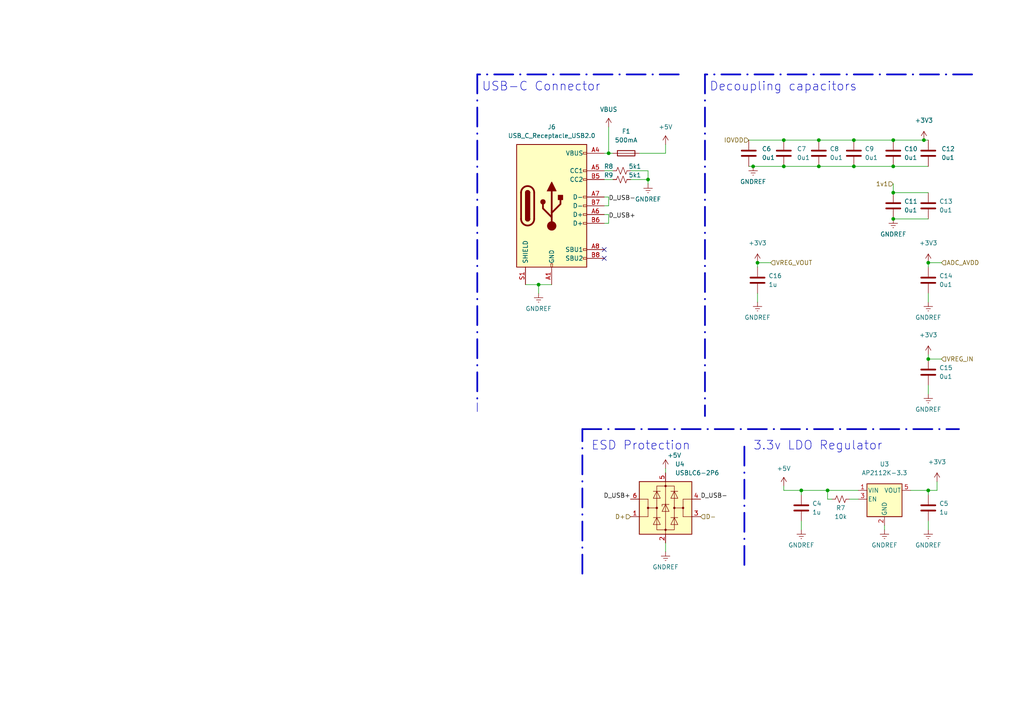
<source format=kicad_sch>
(kicad_sch (version 20230121) (generator eeschema)
  (paper "A4")
  (title_block (title "CAE32 Shifter") (date "2023-09-03") (rev "1.1") (comment 1 "Desing by: janc18"))
  (lib_symbols
    (symbol "Connector:USB_C_Receptacle_USB2.0" (pin_names (offset 1.016))
      (property "Reference" "J" (at -10.16 19.05 0))
      (property "Value" "USB_C_Receptacle_USB2.0" (at 19.05 19.05 0))
      (symbol "USB_C_Receptacle_USB2.0_0_0"
        (rectangle (start -0.254 -17.78) (end 0.254 -16.764))
        (rectangle (start 10.16 -14.986) (end 9.144 -15.494))
        (rectangle (start 10.16 -12.446) (end 9.144 -12.954))
        (rectangle (start 10.16 -4.826) (end 9.144 -5.334))
        (rectangle (start 10.16 -2.286) (end 9.144 -2.794))
        (rectangle (start 10.16 0.254) (end 9.144 -0.254))
        (rectangle (start 10.16 2.794) (end 9.144 2.286))
        (rectangle (start 10.16 7.874) (end 9.144 7.366))
        (rectangle (start 10.16 10.414) (end 9.144 9.906))
        (rectangle (start 10.16 15.494) (end 9.144 14.986))
      )
      (symbol "USB_C_Receptacle_USB2.0_0_1"
        (rectangle (start -10.16 17.78) (end 10.16 -17.78) (stroke (width 0.254)) (fill (type background)))
        (arc (start -8.89 -3.81) (mid -6.985 -5.7067) (end -5.08 -3.81) (stroke (width 0.508)))
        (arc (start -7.62 -3.81) (mid -6.985 -4.4423) (end -6.35 -3.81) (stroke (width 0.254)))
        (arc (start -7.62 -3.81) (mid -6.985 -4.4423) (end -6.35 -3.81) (stroke (width 0.254)) (fill (type outline)))
        (rectangle (start -7.62 -3.81) (end -6.35 3.81) (stroke (width 0.254)) (fill (type outline)))
        (arc (start -6.35 3.81) (mid -6.985 4.4423) (end -7.62 3.81) (stroke (width 0.254)))
        (arc (start -6.35 3.81) (mid -6.985 4.4423) (end -7.62 3.81) (stroke (width 0.254)) (fill (type outline)))
        (arc (start -5.08 3.81) (mid -6.985 5.7067) (end -8.89 3.81) (stroke (width 0.508)))
        (circle (center -2.54 1.143) (radius 0.635) (stroke (width 0.254)) (fill (type outline)))
        (circle (center 0 -5.842) (radius 1.27) (fill (type outline)))
        (polyline (pts (xy -8.89 -3.81) (xy -8.89 3.81)) (stroke (width 0.508)))
        (polyline (pts (xy -5.08 3.81) (xy -5.08 -3.81)) (stroke (width 0.508)))
        (polyline (pts (xy 0 -5.842) (xy 0 4.318)) (stroke (width 0.508)))
        (polyline (pts (xy 0 -3.302) (xy -2.54 -0.762) (xy -2.54 0.508)) (stroke (width 0.508)))
        (polyline (pts (xy 0 -2.032) (xy 2.54 0.508) (xy 2.54 1.778)) (stroke (width 0.508)))
        (polyline (pts (xy -1.27 4.318) (xy 0 6.858) (xy 1.27 4.318) (xy -1.27 4.318)) (stroke (width 0.254)) (fill (type outline)))
        (rectangle (start 1.905 1.778) (end 3.175 3.048) (stroke (width 0.254)) (fill (type outline)))
      )
      (symbol "USB_C_Receptacle_USB2.0_1_1"
        (pin passive line (at 0 -22.86 90) (length 5.08) (name "GND") (number "A1"))
        (pin passive line (at 0 -22.86 90) (length 5.08) hide (name "GND") (number "A12"))
        (pin passive line (at 15.24 15.24 180) (length 5.08) (name "VBUS") (number "A4"))
        (pin bidirectional line (at 15.24 10.16 180) (length 5.08) (name "CC1") (number "A5"))
        (pin bidirectional line (at 15.24 -2.54 180) (length 5.08) (name "D+") (number "A6"))
        (pin bidirectional line (at 15.24 2.54 180) (length 5.08) (name "D-") (number "A7"))
        (pin bidirectional line (at 15.24 -12.7 180) (length 5.08) (name "SBU1") (number "A8"))
        (pin passive line (at 15.24 15.24 180) (length 5.08) hide (name "VBUS") (number "A9"))
        (pin passive line (at 0 -22.86 90) (length 5.08) hide (name "GND") (number "B1"))
        (pin passive line (at 0 -22.86 90) (length 5.08) hide (name "GND") (number "B12"))
        (pin passive line (at 15.24 15.24 180) (length 5.08) hide (name "VBUS") (number "B4"))
        (pin bidirectional line (at 15.24 7.62 180) (length 5.08) (name "CC2") (number "B5"))
        (pin bidirectional line (at 15.24 -5.08 180) (length 5.08) (name "D+") (number "B6"))
        (pin bidirectional line (at 15.24 0 180) (length 5.08) (name "D-") (number "B7"))
        (pin bidirectional line (at 15.24 -15.24 180) (length 5.08) (name "SBU2") (number "B8"))
        (pin passive line (at 15.24 15.24 180) (length 5.08) hide (name "VBUS") (number "B9"))
        (pin passive line (at -7.62 -22.86 90) (length 5.08) (name "SHIELD") (number "S1"))
      )
    )
    (symbol "Device:C" (pin_numbers hide) (pin_names (offset 0.254))
      (property "Reference" "C" (at 0.635 2.54 0))
      (property "Value" "C" (at 0.635 -2.54 0))
      (symbol "C_0_1"
        (polyline (pts (xy -2.032 -0.762) (xy 2.032 -0.762)) (stroke (width 0.508)))
        (polyline (pts (xy -2.032 0.762) (xy 2.032 0.762)) (stroke (width 0.508)))
      )
      (symbol "C_1_1"
        (pin passive line (at 0 3.81 270) (length 2.794) (name "~") (number "1"))
        (pin passive line (at 0 -3.81 90) (length 2.794) (name "~") (number "2"))
      )
    )
    (symbol "Device:Fuse" (pin_numbers hide) (pin_names (offset 0))
      (property "Reference" "F" (at 2.032 0 90))
      (property "Value" "Fuse" (at -1.905 0 90))
      (symbol "Fuse_0_1"
        (rectangle (start -0.762 -2.54) (end 0.762 2.54) (stroke (width 0.254)))
        (polyline (pts (xy 0 2.54) (xy 0 -2.54)))
      )
      (symbol "Fuse_1_1"
        (pin passive line (at 0 3.81 270) (length 1.27) (name "~") (number "1"))
        (pin passive line (at 0 -3.81 90) (length 1.27) (name "~") (number "2"))
      )
    )
    (symbol "Device:R_Small_US" (pin_numbers hide) (pin_names (offset 0.254) hide)
      (property "Reference" "R" (at 0.762 0.508 0))
      (property "Value" "R_Small_US" (at 0.762 -1.016 0))
      (symbol "R_Small_US_1_1"
        (polyline (pts (xy 0 0) (xy 1.016 -0.381) (xy 0 -0.762) (xy -1.016 -1.143) (xy 0 -1.524)))
        (polyline (pts (xy 0 1.524) (xy 1.016 1.143) (xy 0 0.762) (xy -1.016 0.381) (xy 0 0)))
        (pin passive line (at 0 2.54 270) (length 1.016) (name "~") (number "1"))
        (pin passive line (at 0 -2.54 90) (length 1.016) (name "~") (number "2"))
      )
    )
    (symbol "Power_Protection:USBLC6-2P6" (pin_names hide)
      (property "Reference" "U" (at 2.54 8.89 0))
      (property "Value" "USBLC6-2P6" (at 2.54 -8.89 0))
      (symbol "USBLC6-2P6_0_1"
        (rectangle (start -7.62 -7.62) (end 7.62 7.62) (stroke (width 0.254)) (fill (type background)))
        (circle (center -5.08 0) (radius 0.254) (fill (type outline)))
        (circle (center -2.54 0) (radius 0.254) (fill (type outline)))
        (rectangle (start -2.54 6.35) (end 2.54 -6.35))
        (circle (center 0 -6.35) (radius 0.254) (fill (type outline)))
        (polyline (pts (xy -5.08 -2.54) (xy -7.62 -2.54)))
        (polyline (pts (xy -5.08 0) (xy -5.08 -2.54)))
        (polyline (pts (xy -5.08 2.54) (xy -7.62 2.54)))
        (polyline (pts (xy -1.524 -2.794) (xy -3.556 -2.794)))
        (polyline (pts (xy -1.524 4.826) (xy -3.556 4.826)))
        (polyline (pts (xy 0 -7.62) (xy 0 -6.35)))
        (polyline (pts (xy 0 -6.35) (xy 0 1.27)))
        (polyline (pts (xy 0 1.27) (xy 0 6.35)))
        (polyline (pts (xy 0 6.35) (xy 0 7.62)))
        (polyline (pts (xy 1.524 -2.794) (xy 3.556 -2.794)))
        (polyline (pts (xy 1.524 4.826) (xy 3.556 4.826)))
        (polyline (pts (xy 5.08 -2.54) (xy 7.62 -2.54)))
        (polyline (pts (xy 5.08 0) (xy 5.08 -2.54)))
        (polyline (pts (xy 5.08 2.54) (xy 7.62 2.54)))
        (polyline (pts (xy -2.54 0) (xy -5.08 0) (xy -5.08 2.54)))
        (polyline (pts (xy 2.54 0) (xy 5.08 0) (xy 5.08 2.54)))
        (polyline (pts (xy -3.556 -4.826) (xy -1.524 -4.826) (xy -2.54 -2.794) (xy -3.556 -4.826)))
        (polyline (pts (xy -3.556 2.794) (xy -1.524 2.794) (xy -2.54 4.826) (xy -3.556 2.794)))
        (polyline (pts (xy -1.016 -1.016) (xy 1.016 -1.016) (xy 0 1.016) (xy -1.016 -1.016)))
        (polyline (pts (xy 1.016 1.016) (xy 0.762 1.016) (xy -1.016 1.016) (xy -1.016 0.508)))
        (polyline (pts (xy 3.556 -4.826) (xy 1.524 -4.826) (xy 2.54 -2.794) (xy 3.556 -4.826)))
        (polyline (pts (xy 3.556 2.794) (xy 1.524 2.794) (xy 2.54 4.826) (xy 3.556 2.794)))
        (circle (center 0 6.35) (radius 0.254) (fill (type outline)))
        (circle (center 2.54 0) (radius 0.254) (fill (type outline)))
        (circle (center 5.08 0) (radius 0.254) (fill (type outline)))
      )
      (symbol "USBLC6-2P6_1_1"
        (pin passive line (at -10.16 -2.54 0) (length 2.54) (name "I/O1") (number "1"))
        (pin passive line (at 0 -10.16 90) (length 2.54) (name "GND") (number "2"))
        (pin passive line (at 10.16 -2.54 180) (length 2.54) (name "I/O2") (number "3"))
        (pin passive line (at 10.16 2.54 180) (length 2.54) (name "I/O2") (number "4"))
        (pin passive line (at 0 10.16 270) (length 2.54) (name "VBUS") (number "5"))
        (pin passive line (at -10.16 2.54 0) (length 2.54) (name "I/O1") (number "6"))
      )
    )
    (symbol "Regulator_Linear:AP2112K-3.3" (pin_names (offset 0.254))
      (property "Reference" "U" (at -5.08 5.715 0))
      (property "Value" "AP2112K-3.3" (at 0 5.715 0))
      (symbol "AP2112K-3.3_0_1"
        (rectangle (start -5.08 4.445) (end 5.08 -5.08) (stroke (width 0.254)) (fill (type background)))
      )
      (symbol "AP2112K-3.3_1_1"
        (pin power_in line (at -7.62 2.54 0) (length 2.54) (name "VIN") (number "1"))
        (pin power_in line (at 0 -7.62 90) (length 2.54) (name "GND") (number "2"))
        (pin input line (at -7.62 0 0) (length 2.54) (name "EN") (number "3"))
        (pin no_connect line (at 5.08 0 180) (length 2.54) hide (name "NC") (number "4"))
        (pin power_out line (at 7.62 2.54 180) (length 2.54) (name "VOUT") (number "5"))
      )
    )
    (symbol "power:+3V3" (power) (pin_names (offset 0))
      (property "Value" "+3V3" (at 0 3.556 0))
      (symbol "+3V3_0_1"
        (polyline (pts (xy -0.762 1.27) (xy 0 2.54)))
        (polyline (pts (xy 0 0) (xy 0 2.54)))
        (polyline (pts (xy 0 2.54) (xy 0.762 1.27)))
      )
      (symbol "+3V3_1_1"
        (pin power_in line (at 0 0 90) (length 0) hide (name "+3V3") (number "1"))
      )
    )
    (symbol "power:+5V" (power) (pin_names (offset 0))
      (property "Value" "+5V" (at 0 3.556 0))
      (symbol "+5V_0_1"
        (polyline (pts (xy -0.762 1.27) (xy 0 2.54)))
        (polyline (pts (xy 0 0) (xy 0 2.54)))
        (polyline (pts (xy 0 2.54) (xy 0.762 1.27)))
      )
      (symbol "+5V_1_1"
        (pin power_in line (at 0 0 90) (length 0) hide (name "+5V") (number "1"))
      )
    )
    (symbol "power:GNDREF" (power) (pin_names (offset 0))
      (property "Value" "GNDREF" (at 0 -3.81 0))
      (symbol "GNDREF_0_1"
        (polyline (pts (xy -0.635 -1.905) (xy 0.635 -1.905)))
        (polyline (pts (xy -0.127 -2.54) (xy 0.127 -2.54)))
        (polyline (pts (xy 0 -1.27) (xy 0 0)))
        (polyline (pts (xy 1.27 -1.27) (xy -1.27 -1.27)))
      )
      (symbol "GNDREF_1_1"
        (pin power_in line (at 0 0 270) (length 0) hide (name "GNDREF") (number "1"))
      )
    )
    (symbol "power:VBUS" (power) (pin_names (offset 0))
      (property "Value" "VBUS" (at 0 3.81 0))
      (symbol "VBUS_0_1"
        (polyline (pts (xy -0.762 1.27) (xy 0 2.54)))
        (polyline (pts (xy 0 0) (xy 0 2.54)))
        (polyline (pts (xy 0 2.54) (xy 0.762 1.27)))
      )
      (symbol "VBUS_1_1"
        (pin power_in line (at 0 0 90) (length 0) hide (name "VBUS") (number "1"))
      )
    )
  )
  (junction (at 237.49 40.64))
  (junction (at 269.24 76.2))
  (junction (at 232.41 142.24))
  (junction (at 267.97 40.64))
  (junction (at 269.24 142.24))
  (junction (at 237.49 48.26))
  (junction (at 247.65 48.26))
  (junction (at 259.08 48.26))
  (junction (at 247.65 40.64))
  (junction (at 240.03 142.24))
  (junction (at 259.08 40.64))
  (junction (at 227.33 40.64))
  (junction (at 269.24 104.14))
  (junction (at 176.53 44.45))
  (junction (at 218.44 48.26))
  (junction (at 187.96 52.07))
  (junction (at 156.21 82.55))
  (junction (at 259.08 55.88))
  (junction (at 259.08 63.5))
  (junction (at 219.71 76.2))
  (junction (at 227.33 48.26))
  (no_connect (at 175.26 72.39))
  (no_connect (at 175.26 74.93))
  (wire (pts (xy 176.53 36.83) (xy 176.53 44.45)))
  (wire (pts (xy 269.24 102.87) (xy 269.24 104.14)))
  (polyline (pts (xy 168.91 124.46) (xy 278.13 124.46)) (stroke (width 0.5) (type dash_dot)))
  (wire (pts (xy 227.33 40.64) (xy 237.49 40.64)))
  (wire (pts (xy 273.05 104.14) (xy 269.24 104.14)))
  (wire (pts (xy 227.33 140.97) (xy 227.33 142.24)))
  (wire (pts (xy 182.88 49.53) (xy 187.96 49.53)))
  (wire (pts (xy 241.3 144.78) (xy 240.03 144.78)))
  (wire (pts (xy 218.44 48.26) (xy 227.33 48.26)))
  (wire (pts (xy 176.53 44.45) (xy 177.8 44.45)))
  (wire (pts (xy 227.33 142.24) (xy 232.41 142.24)))
  (wire (pts (xy 175.26 44.45) (xy 176.53 44.45)))
  (wire (pts (xy 259.08 63.5) (xy 269.24 63.5)))
  (wire (pts (xy 217.17 48.26) (xy 218.44 48.26)))
  (polyline (pts (xy 204.47 21.59) (xy 204.47 120.65)) (stroke (width 0.5) (type dash_dot)))
  (wire (pts (xy 269.24 111.76) (xy 269.24 114.3)))
  (wire (pts (xy 256.54 152.4) (xy 256.54 153.67)))
  (wire (pts (xy 259.08 55.88) (xy 269.24 55.88)))
  (wire (pts (xy 193.04 157.48) (xy 193.04 160.02)))
  (wire (pts (xy 269.24 85.09) (xy 269.24 87.63)))
  (wire (pts (xy 269.24 142.24) (xy 269.24 143.51)))
  (wire (pts (xy 175.26 62.23) (xy 176.53 62.23)))
  (wire (pts (xy 267.97 40.64) (xy 269.24 40.64)))
  (wire (pts (xy 219.71 85.09) (xy 219.71 87.63)))
  (wire (pts (xy 273.05 76.2) (xy 269.24 76.2)))
  (wire (pts (xy 264.16 142.24) (xy 269.24 142.24)))
  (polyline (pts (xy 138.43 21.59) (xy 138.43 116.84)) (stroke (width 0.5) (type dash_dot)))
  (wire (pts (xy 247.65 40.64) (xy 259.08 40.64)))
  (wire (pts (xy 240.03 144.78) (xy 240.03 142.24)))
  (wire (pts (xy 232.41 142.24) (xy 232.41 143.51)))
  (wire (pts (xy 237.49 48.26) (xy 247.65 48.26)))
  (wire (pts (xy 269.24 151.13) (xy 269.24 153.67)))
  (wire (pts (xy 175.26 52.07) (xy 177.8 52.07)))
  (wire (pts (xy 175.26 49.53) (xy 177.8 49.53)))
  (wire (pts (xy 269.24 76.2) (xy 269.24 77.47)))
  (wire (pts (xy 219.71 76.2) (xy 219.71 77.47)))
  (wire (pts (xy 187.96 52.07) (xy 182.88 52.07)))
  (wire (pts (xy 156.21 82.55) (xy 156.21 85.09)))
  (wire (pts (xy 259.08 40.64) (xy 267.97 40.64)))
  (wire (pts (xy 156.21 82.55) (xy 160.02 82.55)))
  (wire (pts (xy 185.42 44.45) (xy 193.04 44.45)))
  (wire (pts (xy 246.38 144.78) (xy 248.92 144.78)))
  (wire (pts (xy 217.17 40.64) (xy 227.33 40.64)))
  (wire (pts (xy 176.53 62.23) (xy 176.53 64.77)))
  (wire (pts (xy 240.03 142.24) (xy 232.41 142.24)))
  (polyline (pts (xy 215.9 129.54) (xy 215.9 165.1)) (stroke (width 0.5) (type dash_dot)))
  (wire (pts (xy 259.08 53.34) (xy 259.08 55.88)))
  (wire (pts (xy 223.52 76.2) (xy 219.71 76.2)))
  (wire (pts (xy 176.53 57.15) (xy 176.53 59.69)))
  (wire (pts (xy 176.53 59.69) (xy 175.26 59.69)))
  (wire (pts (xy 240.03 142.24) (xy 248.92 142.24)))
  (polyline (pts (xy 281.94 21.59) (xy 204.47 21.59)) (stroke (width 0.5) (type dash_dot)))
  (wire (pts (xy 259.08 48.26) (xy 269.24 48.26)))
  (wire (pts (xy 152.4 82.55) (xy 156.21 82.55)))
  (polyline (pts (xy 196.85 21.59) (xy 138.43 21.59)) (stroke (width 0.5) (type dash_dot)))
  (wire (pts (xy 247.65 48.26) (xy 259.08 48.26)))
  (polyline (pts (xy 138.43 116.84) (xy 138.43 119.38)))
  (polyline (pts (xy 168.91 166.37) (xy 168.91 124.46)) (stroke (width 0.5) (type dash_dot)))
  (wire (pts (xy 175.26 57.15) (xy 176.53 57.15)))
  (wire (pts (xy 232.41 151.13) (xy 232.41 153.67)))
  (wire (pts (xy 269.24 142.24) (xy 271.78 142.24)))
  (wire (pts (xy 176.53 64.77) (xy 175.26 64.77)))
  (wire (pts (xy 187.96 49.53) (xy 187.96 52.07)))
  (wire (pts (xy 193.04 44.45) (xy 193.04 41.91)))
  (wire (pts (xy 227.33 48.26) (xy 237.49 48.26)))
  (wire (pts (xy 187.96 52.07) (xy 187.96 53.34)))
  (wire (pts (xy 271.78 142.24) (xy 271.78 139.7)))
  (wire (pts (xy 237.49 40.64) (xy 247.65 40.64)))
  (wire (pts (xy 193.04 135.89) (xy 193.04 137.16)))
  (text "USB-C Connector" (at 139.7 26.67 0) (effects (font (size 2.54 2.54)) (justify left bottom)))
  (text "3.3v LDO Regulator" (at 218.44 130.81 0) (effects (font (size 2.54 2.54)) (justify left bottom)))
  (text "ESD Protection" (at 171.45 130.81 0) (effects (font (size 2.54 2.54)) (justify left bottom)))
  (text "Decoupling capacitors" (at 205.74 26.67 0) (effects (font (size 2.54 2.54)) (justify left bottom)))
  (label "D_USB-" (at 203.2 144.78 0))
  (label "D_USB+" (at 176.53 63.5 0))
  (label "D_USB+" (at 182.88 144.78 180))
  (label "D_USB-" (at 176.53 58.42 0))
  (hierarchical_label "VREG_IN" (shape input) (at 273.05 104.14 0))
  (hierarchical_label "D-" (shape input) (at 203.2 149.86 0))
  (hierarchical_label "D+" (shape input) (at 182.88 149.86 180))
  (hierarchical_label "VREG_VOUT" (shape input) (at 223.52 76.2 0))
  (hierarchical_label "ADC_AVDD" (shape input) (at 273.05 76.2 0))
  (hierarchical_label "1v1" (shape input) (at 259.08 53.34 180))
  (hierarchical_label "IOVDD" (shape input) (at 217.17 40.64 180))
  (symbol (lib_id "Device:C") (at 269.24 81.28 0) (unit 1)
    (property "Reference" "C14" (at 272.415 80.0099 0) (effects (justify left)))
    (property "Value" "0u1" (at 272.415 82.5499 0) (effects (justify left)))
    (property "Footprint" "Capacitor_SMD:C_01005_0402Metric" (effects hide))
    (property "Vendor" "C913620" (effects hide))
  )
  (symbol (lib_id "power:GNDREF") (at 187.96 53.34 0) (unit 1)
    (property "Reference" "#PWR021" (effects hide))
    (property "Value" "GNDREF" (at 187.96 57.785 0))
  )
  (symbol (lib_id "power:VBUS") (at 176.53 36.83 0) (unit 1)
    (property "Reference" "#PWR035" (effects hide))
    (property "Value" "VBUS" (at 176.53 31.75 0))
  )
  (symbol (lib_id "power:GNDREF") (at 269.24 153.67 0) (unit 1)
    (property "Reference" "#PWR023" (effects hide))
    (property "Value" "GNDREF" (at 269.24 158.115 0))
  )
  (symbol (lib_id "power:+3V3") (at 269.24 76.2 0) (unit 1)
    (property "Reference" "#PWR030" (effects hide))
    (property "Value" "+3V3" (at 269.24 70.485 0))
  )
  (symbol (lib_id "power:GNDREF") (at 259.08 63.5 0) (unit 1)
    (property "Reference" "#PWR028" (effects hide))
    (property "Value" "GNDREF" (at 259.08 67.945 0))
  )
  (symbol (lib_id "power:GNDREF") (at 232.41 153.67 0) (unit 1)
    (property "Reference" "#PWR019" (effects hide))
    (property "Value" "GNDREF" (at 232.41 158.115 0))
  )
  (symbol (lib_id "Device:C") (at 219.71 81.28 0) (unit 1)
    (property "Reference" "C16" (at 222.885 80.0099 0) (effects (justify left)))
    (property "Value" "1u" (at 222.885 82.5499 0) (effects (justify left)))
    (property "Footprint" "Capacitor_SMD:C_01005_0402Metric" (effects hide))
    (property "Vendor" "C141382" (effects hide))
  )
  (symbol (lib_id "Regulator_Linear:AP2112K-3.3") (at 256.54 144.78 0) (unit 1)
    (property "Reference" "U3" (at 256.54 134.62 0))
    (property "Value" "AP2112K-3.3" (at 256.54 137.16 0))
    (property "Footprint" "Package_TO_SOT_SMD:SOT-23-5" (effects hide))
    (property "Datasheet" "https://www.diodes.com/assets/Datasheets/AP2112.pdf" (effects hide))
    (property "Vendor" "C51118" (effects hide))
  )
  (symbol (lib_id "power:+3V3") (at 219.71 76.2 0) (unit 1)
    (property "Reference" "#PWR036" (effects hide))
    (property "Value" "+3V3" (at 219.71 70.485 0))
  )
  (symbol (lib_id "Device:C") (at 269.24 59.69 0) (unit 1)
    (property "Reference" "C13" (at 272.415 58.4199 0) (effects (justify left)))
    (property "Value" "0u1" (at 272.415 60.9599 0) (effects (justify left)))
    (property "Footprint" "Capacitor_SMD:C_01005_0402Metric" (effects hide))
    (property "Vendor" "C913620" (effects hide))
  )
  (symbol (lib_id "Device:R_Small_US") (at 180.34 52.07 270) (unit 1)
    (property "Reference" "R9" (at 176.53 50.8 90))
    (property "Value" "5k1" (at 184.15 50.8 90))
    (property "Footprint" "Resistor_SMD:R_0402_1005Metric" (effects hide))
    (property "Vendor" "C269716" (effects hide))
  )
  (symbol (lib_id "power:+5V") (at 227.33 140.97 0) (unit 1)
    (property "Reference" "#PWR018" (effects hide))
    (property "Value" "+5V" (at 227.33 135.89 0))
  )
  (symbol (lib_id "Power_Protection:USBLC6-2P6") (at 193.04 147.32 0) (unit 1)
    (property "Reference" "U4" (at 195.8087 134.62 0) (effects (justify left)))
    (property "Value" "USBLC6-2P6" (at 195.8087 137.16 0) (effects (justify left)))
    (property "Footprint" "Package_TO_SOT_SMD:SOT-666" (effects hide))
    (property "Datasheet" "https://www.st.com/resource/en/datasheet/usblc6-2.pdf" (effects hide))
    (property "Vendor" "C15999" (effects hide))
  )
  (symbol (lib_id "Device:C") (at 232.41 147.32 0) (unit 1)
    (property "Reference" "C4" (at 235.585 146.0499 0) (effects (justify left)))
    (property "Value" "1u" (at 235.585 148.5899 0) (effects (justify left)))
    (property "Footprint" "Capacitor_SMD:C_01005_0402Metric" (effects hide))
    (property "Vendor" "C141382" (effects hide))
  )
  (symbol (lib_id "power:GNDREF") (at 269.24 87.63 0) (unit 1)
    (property "Reference" "#PWR031" (effects hide))
    (property "Value" "GNDREF" (at 269.24 92.075 0))
  )
  (symbol (lib_id "power:GNDREF") (at 193.04 160.02 0) (unit 1)
    (property "Reference" "#PWR026" (effects hide))
    (property "Value" "GNDREF" (at 193.04 164.465 0))
  )
  (symbol (lib_id "power:+3V3") (at 271.78 139.7 0) (unit 1)
    (property "Reference" "#PWR024" (effects hide))
    (property "Value" "+3V3" (at 271.78 133.985 0))
  )
  (symbol (lib_id "Device:C") (at 247.65 44.45 0) (unit 1)
    (property "Reference" "C9" (at 250.825 43.1799 0) (effects (justify left)))
    (property "Value" "0u1" (at 250.825 45.7199 0) (effects (justify left)))
    (property "Footprint" "Capacitor_SMD:C_01005_0402Metric" (effects hide))
    (property "Vendor" "C913620" (effects hide))
  )
  (symbol (lib_id "Device:C") (at 237.49 44.45 0) (unit 1)
    (property "Reference" "C8" (at 240.665 43.1799 0) (effects (justify left)))
    (property "Value" "0u1" (at 240.665 45.7199 0) (effects (justify left)))
    (property "Footprint" "Capacitor_SMD:C_01005_0402Metric" (effects hide))
    (property "Vendor" "C913620" (effects hide))
  )
  (symbol (lib_id "power:+3V3") (at 267.97 40.64 0) (unit 1)
    (property "Reference" "#PWR029" (effects hide))
    (property "Value" "+3V3" (at 267.97 34.925 0))
  )
  (symbol (lib_id "Device:C") (at 227.33 44.45 0) (unit 1)
    (property "Reference" "C7" (at 231.14 43.1799 0) (effects (justify left)))
    (property "Value" "0u1" (at 231.14 45.7199 0) (effects (justify left)))
    (property "Footprint" "Capacitor_SMD:C_01005_0402Metric" (effects hide))
    (property "Vendor" "C913620" (effects hide))
  )
  (symbol (lib_id "power:GNDREF") (at 156.21 85.09 0) (unit 1)
    (property "Reference" "#PWR017" (effects hide))
    (property "Value" "GNDREF" (at 156.21 89.535 0))
  )
  (symbol (lib_id "Device:C") (at 259.08 44.45 0) (unit 1)
    (property "Reference" "C10" (at 262.255 43.1799 0) (effects (justify left)))
    (property "Value" "0u1" (at 262.255 45.7199 0) (effects (justify left)))
    (property "Footprint" "Capacitor_SMD:C_01005_0402Metric" (effects hide))
    (property "Vendor" "C913620" (effects hide))
  )
  (symbol (lib_id "Device:C") (at 217.17 44.45 0) (unit 1)
    (property "Reference" "C6" (at 220.98 43.1799 0) (effects (justify left)))
    (property "Value" "0u1" (at 220.98 45.7199 0) (effects (justify left)))
    (property "Footprint" "Capacitor_SMD:C_01005_0402Metric" (effects hide))
    (property "Vendor" "C913620" (effects hide))
  )
  (symbol (lib_id "Connector:USB_C_Receptacle_USB2.0") (at 160.02 59.69 0) (unit 1)
    (property "Reference" "J6" (at 160.02 36.83 0))
    (property "Value" "USB_C_Receptacle_USB2.0" (at 160.02 39.37 0))
    (property "Footprint" "Connector_USB:USB_C_Receptacle_Palconn_UTC16-G" (effects hide))
    (property "Datasheet" "https://www.usb.org/sites/default/files/documents/usb_type-c.zip" (effects hide))
    (property "Vendor" "C2765186" (effects hide))
  )
  (symbol (lib_id "Device:C") (at 269.24 147.32 0) (unit 1)
    (property "Reference" "C5" (at 272.415 146.0499 0) (effects (justify left)))
    (property "Value" "1u" (at 272.415 148.5899 0) (effects (justify left)))
    (property "Footprint" "Capacitor_SMD:C_01005_0402Metric" (effects hide))
    (property "Vendor" "C141382" (effects hide))
  )
  (symbol (lib_id "power:GNDREF") (at 219.71 87.63 0) (unit 1)
    (property "Reference" "#PWR037" (effects hide))
    (property "Value" "GNDREF" (at 219.71 92.075 0))
  )
  (symbol (lib_id "power:+3V3") (at 269.24 102.87 0) (unit 1)
    (property "Reference" "#PWR032" (effects hide))
    (property "Value" "+3V3" (at 269.24 97.155 0))
  )
  (symbol (lib_id "power:GNDREF") (at 218.44 48.26 0) (unit 1)
    (property "Reference" "#PWR027" (effects hide))
    (property "Value" "GNDREF" (at 218.44 52.705 0))
  )
  (symbol (lib_id "power:GNDREF") (at 256.54 153.67 0) (unit 1)
    (property "Reference" "#PWR020" (effects hide))
    (property "Value" "GNDREF" (at 256.54 158.115 0))
  )
  (symbol (lib_id "Device:C") (at 269.24 107.95 0) (unit 1)
    (property "Reference" "C15" (at 272.415 106.6799 0) (effects (justify left)))
    (property "Value" "0u1" (at 272.415 109.2199 0) (effects (justify left)))
    (property "Footprint" "Capacitor_SMD:C_01005_0402Metric" (effects hide))
    (property "Vendor" "C913620" (effects hide))
  )
  (symbol (lib_id "power:GNDREF") (at 269.24 114.3 0) (unit 1)
    (property "Reference" "#PWR033" (effects hide))
    (property "Value" "GNDREF" (at 269.24 118.745 0))
  )
  (symbol (lib_id "Device:R_Small_US") (at 243.84 144.78 270) (unit 1)
    (property "Reference" "R7" (at 243.84 147.32 90))
    (property "Value" "10k" (at 243.84 149.86 90))
    (property "Footprint" "Resistor_SMD:R_0402_1005Metric" (effects hide))
    (property "Vendor" "C25804" (effects hide))
  )
  (symbol (lib_id "Device:Fuse") (at 181.61 44.45 270) (unit 1)
    (property "Reference" "F1" (at 181.61 38.1 90))
    (property "Value" "500mA" (at 181.61 40.64 90))
    (property "Footprint" "Fuse:Fuse_0603_1608Metric" (effects hide))
    (property "Vendor" "C151138" (effects hide))
  )
  (symbol (lib_id "Device:C") (at 269.24 44.45 0) (unit 1)
    (property "Reference" "C12" (at 273.05 43.1799 0) (effects (justify left)))
    (property "Value" "0u1" (at 273.05 45.7199 0) (effects (justify left)))
    (property "Footprint" "Capacitor_SMD:C_01005_0402Metric" (effects hide))
    (property "Vendor" "C913620" (effects hide))
  )
  (symbol (lib_id "power:+5V") (at 193.04 135.89 0) (unit 1)
    (property "Reference" "#PWR025" (effects hide))
    (property "Value" "+5V" (at 195.58 132.08 0))
  )
  (symbol (lib_id "power:+5V") (at 193.04 41.91 0) (unit 1)
    (property "Reference" "#PWR022" (effects hide))
    (property "Value" "+5V" (at 193.04 36.83 0))
  )
  (symbol (lib_id "Device:C") (at 259.08 59.69 0) (unit 1)
    (property "Reference" "C11" (at 262.255 58.4199 0) (effects (justify left)))
    (property "Value" "0u1" (at 262.255 60.9599 0) (effects (justify left)))
    (property "Footprint" "Capacitor_SMD:C_01005_0402Metric" (effects hide))
    (property "Vendor" "C913620" (effects hide))
  )
  (symbol (lib_id "Device:R_Small_US") (at 180.34 49.53 270) (unit 1)
    (property "Reference" "R8" (at 176.53 48.26 90))
    (property "Value" "5k1" (at 184.15 48.26 90))
    (property "Footprint" "Resistor_SMD:R_0402_1005Metric" (effects hide))
    (property "Vendor" "C269716" (effects hide))
  )
)
</source>
